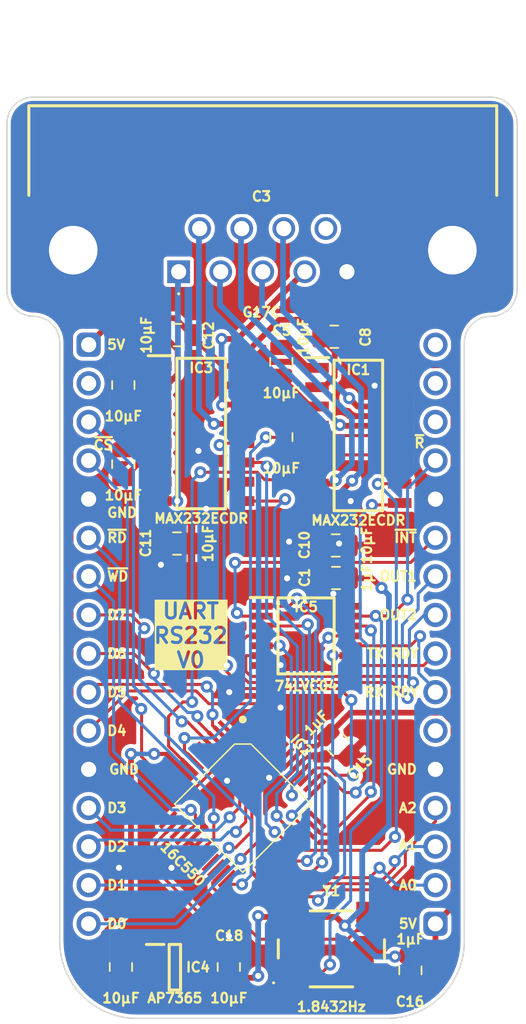
<source format=kicad_pcb>
(kicad_pcb (version 20240108) (generator "pcbnew") (generator_version "8.0")
  (title_block (title "RS232 UART") (date "2024-06-17") (rev "V0"))
  (layers (0 "F.Cu" signal) (31 "B.Cu" signal) (36 "B.SilkS" user "B.Silkscreen") (37 "F.SilkS" user "F.Silkscreen") (38 "B.Mask" user) (39 "F.Mask" user) (44 "Edge.Cuts" user))
  (net 0 "")
  (net 1 "/5V")
  (net 2 "/GND")
  (net 3 "/CD_{232}")
  (net 4 "/RX_{232}")
  (net 5 "/D0")
  (net 6 "/D1")
  (net 7 "/D2")
  (net 8 "/D3")
  (net 9 "/D4")
  (net 10 "/D5")
  (net 11 "/D6")
  (net 12 "/D7")
  (net 13 "/TX_{232}")
  (net 14 "/DTR_{232}")
  (net 15 "/DSR_{232}")
  (net 16 "/RTS_{232}")
  (net 17 "/CTS_{232}")
  (net 20 "/~{ADS}")
  (net 24 "Net-(IC1-C2-)")
  (net 25 "Net-(IC1-C2+)")
  (net 26 "Net-(IC1-C1-)")
  (net 27 "Net-(IC1-C1+)")
  (net 29 "Net-(IC1-VS+)")
  (net 30 "Net-(IC1-VS-)")
  (net 31 "Net-(IC3-VS-)")
  (net 32 "Net-(IC3-VS+)")
  (net 33 "Net-(IC3-C1-)")
  (net 34 "Net-(IC3-C1+)")
  (net 37 "Net-(IC3-C2-)")
  (net 38 "Net-(IC3-C2+)")
  (net 39 "/~{CTS}")
  (net 40 "/~{RTS}")
  (net 41 "/SOUT")
  (net 44 "/SIN")
  (net 46 "Net-(IC2-RCLK)")
  (net 47 "/~{CS}")
  (net 48 "/~{WD}")
  (net 49 "/~{RD}")
  (net 50 "/A2")
  (net 51 "/A1")
  (net 54 "/A0")
  (net 55 "/~{DTR}")
  (net 56 "/Reset")
  (net 57 "/~{DSR}")
  (net 58 "/DCD")
  (net 63 "/3.3V")
  (net 64 "/1.8432MHz")
  (net 65 "/~{TXRDY}")
  (net 66 "/~{RXRDY}")
  (net 67 "/INT")
  (net 68 "/~{OUT2}")
  (net 69 "/~{OUT1}")
  (net 71 "/~{INT}")
  (net 72 "/Out1")
  (net 73 "/Out2")
  (net 74 "/TX Ready")
  (net 75 "/Rx Ready")
  (net 76 "/~{Reset}")
  (footprint "SamacSys_Parts:G17C0900132EU" (layer "F.Cu") (at 131.41 32.789)
    (property "Reference" "C3")
    (property "Value" "G17C0900132EU" (hide yes))
  )
  (footprint "SamacSys_Parts:C_0805" (layer "F.Cu") (at 130.604 66.548 90)
    (property "Reference" "C10")
    (property "Value" "10μF")
  )
  (footprint "SamacSys_Parts:C_0805" (layer "F.Cu") (at 123.541 94.3)
    (property "Reference" "C18")
    (property "Value" "10µF")
  )
  (footprint "SamacSys_Parts:SOIC127P600X175-16N" (layer "F.Cu") (at 132.08 59.309)
    (property "Reference" "IC1")
    (property "Value" "MAX232ECDR")
  )
  (footprint "SamacSys_Parts:C_0805" (layer "F.Cu") (at 116.586 61.214)
    (property "Reference" "C14" (hide yes))
    (property "Value" "10μF")
  )
  (footprint "SamacSys_Parts:DIP-32_Board_W22.86mm_Nak" (layer "F.Cu") (at 114.3 53.34)
    (property "Reference" "J1" (hide yes))
    (property "Value" "Conn_02x16_Counter_Clockwise" (hide yes))
  )
  (footprint "SamacSys_Parts:C_0805" (layer "F.Cu") (at 116.586 56.007)
    (property "Reference" "C13" (hide yes))
    (property "Value" "10μF")
  )
  (footprint "SamacSys_Parts:C_0805" (layer "F.Cu") (at 130.619 68.688 90)
    (property "Reference" "C1")
    (property "Value" "1μF")
  )
  (footprint "SamacSys_Parts:C_0805" (layer "F.Cu") (at 135.509 94.488 180)
    (property "Reference" "C16")
    (property "Value" "1μF")
  )
  (footprint "SamacSys_Parts:C_0805" (layer "F.Cu") (at 130.477 52.814 -90)
    (property "Reference" "C8")
    (property "Value" "10μF")
  )
  (footprint "SamacSys_Parts:C_0805" (layer "F.Cu") (at 127 59.436)
    (property "Reference" "C4" (hide yes))
    (property "Value" "10μF")
  )
  (footprint "SamacSys_Parts:C_0805" (layer "F.Cu") (at 130.753602 79.675165 -135)
    (property "Reference" "C15")
    (property "Value" "1μF")
  )
  (footprint "SamacSys_Parts:C_0805" (layer "F.Cu") (at 120.142 66.421 90)
    (property "Reference" "C11")
    (property "Value" "10μF")
  )
  (footprint "SamacSys_Parts:SOIC127P600X175-16N" (layer "F.Cu") (at 121.724 59.182)
    (property "Reference" "IC3")
    (property "Value" "MAX232ECDR")
  )
  (footprint "SamacSys_Parts:SOP65P640X110-14N" (layer "F.Cu") (at 128.632 72.498)
    (property "Reference" "IC5")
    (property "Value" "74LVC04APW,118" (hide yes))
  )
  (footprint "SamacSys_Parts:QFP50P900X900X160-48N" (layer "F.Cu") (at 124.46 83.566 -45)
    (property "Reference" "IC2")
    (property "Value" "TL16C550DPTR" (hide yes))
  )
  (footprint "SamacSys_Parts:LFSPXO020733" (layer "F.Cu") (at 130.302 92.583)
    (property "Reference" "Y1")
    (property "Value" "LFSPXO020733" (hide yes))
  )
  (footprint "SamacSys_Parts:SOT95P285X130-5N" (layer "F.Cu") (at 119.985 94.3)
    (property "Reference" "IC4")
    (property "Value" "AP7365-33WG-7" (hide yes))
  )
  (footprint "SamacSys_Parts:C_0805" (layer "F.Cu") (at 116.429 94.3)
    (property "Reference" "C17" (hide yes))
    (property "Value" "10µF")
  )
  (footprint "SamacSys_Parts:C_0805" (layer "F.Cu") (at 127 54.483)
    (property "Reference" "C5")
    (property "Value" "10μF")
  )
  (footprint "SamacSys_Parts:C_0805" (layer "F.Cu") (at 120.142 52.705 -90)
    (property "Reference" "C12")
    (property "Value" "10μF")
  )
  (gr_arc (start 142.544422 49.731762) (mid 142.034606 50.962566) (end 140.803803 51.472381) (stroke (width 0.1)) (layer "Edge.Cuts"))
  (gr_arc (start 140.803803 37.046619) (mid 142.034606 37.556435) (end 142.544422 38.787238) (stroke (width 0.1)) (layer "Edge.Cuts"))
  (gr_line (start 110.656198 37.04662) (end 140.803803 37.046619) (stroke (width 0.1)) (layer "Edge.Cuts"))
  (gr_arc (start 110.656198 51.47238) (mid 109.425395 50.962564) (end 108.915579 49.731761) (stroke (width 0.1)) (layer "Edge.Cuts"))
  (gr_arc (start 117.475001 97.662999) (mid 113.882898 96.175102) (end 112.395001 92.582999) (stroke (width 0.1)) (layer "Edge.Cuts"))
  (gr_arc (start 110.656198 51.47238) (mid 111.887001 51.982196) (end 112.396817 53.212999) (stroke (width 0.1)) (layer "Edge.Cuts"))
  (gr_line (start 142.544422 49.731762) (end 142.544422 38.787238) (stroke (width 0.1)) (layer "Edge.Cuts"))
  (gr_line (start 133.985001 97.662999) (end 117.475001 97.662999) (stroke (width 0.1)) (layer "Edge.Cuts"))
  (gr_arc (start 139.065 92.583) (mid 137.577103 96.175102) (end 133.985001 97.662999) (stroke (width 0.1)) (layer "Edge.Cuts"))
  (gr_line (start 108.915579 49.731761) (end 108.915579 38.787237) (stroke (width 0.1)) (layer "Edge.Cuts"))
  (gr_line (start 139.063184 53.213) (end 139.065 92.583) (stroke (width 0.1)) (layer "Edge.Cuts"))
  (gr_arc (start 139.063184 53.213) (mid 139.573 51.982197) (end 140.803803 51.472381) (stroke (width 0.1)) (layer "Edge.Cuts"))
  (gr_line (start 112.396817 53.212999) (end 112.395001 92.582999) (stroke (width 0.1)) (layer "Edge.Cuts"))
  (gr_arc (start 108.915579 38.787237) (mid 109.425381 37.556408) (end 110.656198 37.046618) (stroke (width 0.1)) (layer "Edge.Cuts"))
  (gr_text "~{INT}" (at 136.017 66.04 0) (layer "F.SilkS") (effects (font (size 0.635 0.635) (thickness 0.15) (bold yes)) (justify right)))
  (gr_text "GND" (at 115.443 64.389 0) (layer "F.SilkS") (effects (font (size 0.635 0.635) (thickness 0.15) (bold yes)) (justify left)))
  (gr_text "A2" (at 136.017 83.82 0) (layer "F.SilkS") (effects (font (size 0.635 0.635) (thickness 0.15) (bold yes)) (justify right)))
  (gr_text "TX RDY" (at 136.144 73.66 0) (layer "F.SilkS") (effects (font (size 0.635 0.635) (thickness 0.15) (bold yes)) (justify right)))
  (gr_text "D7" (at 115.443 71.12 0) (layer "F.SilkS") (effects (font (size 0.635 0.635) (thickness 0.15) (bold yes)) (justify left)))
  (gr_text "D5" (at 115.443 76.2 0) (layer "F.SilkS") (effects (font (size 0.635 0.635) (thickness 0.15) (bold yes)) (justify left)))
  (gr_text "OUT1" (at 136.017 68.58 0) (layer "F.SilkS") (effects (font (size 0.635 0.635) (thickness 0.15) (bold yes)) (justify right)))
  (gr_text "D2" (at 115.443 86.36 0) (layer "F.SilkS") (effects (font (size 0.635 0.635) (thickness 0.15) (bold yes)) (justify left)))
  (gr_text "D0" (at 115.443 91.44 0) (layer "F.SilkS") (effects (font (size 0.635 0.635) (thickness 0.15) (bold yes)) (justify left)))
  (gr_text "~{R}" (at 136.525 59.817 0) (layer "F.SilkS") (effects (font (size 0.635 0.635) (thickness 0.15) (bold yes)) (justify right)))
  (gr_text "OUT2" (at 136.017 71.12 0) (layer "F.SilkS") (effects (font (size 0.635 0.635) (thickness 0.15) (bold yes)) (justify right)))
  (gr_text "UART\nRS232\nV0" (at 121.031 74.676 0) (layer "F.SilkS" knockout) (effects (font (size 1 1) (thickness 0.2) (bold yes)) (justify bottom)))
  (gr_text "5V" (at 115.443 53.34 0) (layer "F.SilkS") (effects (font (size 0.635 0.635) (thickness 0.15) (bold yes)) (justify left)))
  (gr_text "A0" (at 136.017 88.9 0) (layer "F.SilkS") (effects (font (size 0.635 0.635) (thickness 0.15) (bold yes)) (justify right)))
  (gr_text "D1" (at 115.443 88.9 0) (layer "F.SilkS") (effects (font (size 0.635 0.635) (thickness 0.15) (bold yes)) (justify left)))
  (gr_text "D6" (at 115.443 73.66 0) (layer "F.SilkS") (effects (font (size 0.635 0.635) (thickness 0.15) (bold yes)) (justify left)))
  (gr_text "D4" (at 115.443 78.74 0) (layer "F.SilkS") (effects (font (size 0.635 0.635) (thickness 0.15) (bold yes)) (justify left)))
  (gr_text "RX RDY" (at 136.144 76.2 0) (layer "F.SilkS") (effects (font (size 0.635 0.635) (thickness 0.15) (bold yes)) (justify right)))
  (gr_text "D3" (at 115.443 83.82 0) (layer "F.SilkS") (effects (font (size 0.635 0.635) (thickness 0.15) (bold yes)) (justify left)))
  (gr_text "~{RD}" (at 115.443 66.04 0) (layer "F.SilkS") (effects (font (size 0.635 0.635) (thickness 0.15) (bold yes)) (justify left)))
  (gr_text "~{CS}" (at 114.554 59.944 0) (layer "F.SilkS") (effects (font (size 0.635 0.635) (thickness 0.15) (bold yes)) (justify left)))
  (gr_text "A1" (at 136.017 86.233 0) (layer "F.SilkS") (effects (font (size 0.635 0.635) (thickness 0.15) (bold yes)) (justify right)))
  (gr_text "~{WD}" (at 115.443 68.58 0) (layer "F.SilkS") (effects (font (size 0.635 0.635) (thickness 0.15) (bold yes)) (justify left)))
  (gr_text "GND" (at 115.57 81.28 0) (layer "F.SilkS") (effects (font (size 0.635 0.635) (thickness 0.15) (bold yes)) (justify left)))
  (gr_text "GND" (at 136.017 81.28 0) (layer "F.SilkS") (effects (font (size 0.635 0.635) (thickness 0.15) (bold yes)) (justify right)))
  (gr_text "5V" (at 136.017 91.44 0) (layer "F.SilkS") (effects (font (size 0.635 0.635) (thickness 0.15) (bold yes)) (justify right)))
  (segment (start 126.863 51.699) (end 130.328 51.699) (width 0.38) (layer "F.Cu") (net 1))
  (segment (start 133.493 54.864) (end 134.805 54.864) (width 0.38) (layer "F.Cu") (net 1))
  (segment (start 138.35 90.25) (end 137.16 91.44) (width 0.38) (layer "F.Cu") (net 1))
  (segment (start 118.685 93.35) (end 117.73 93.35) (width 0.38) (layer "F.Cu") (net 1))
  (segment (start 134.979 54.69) (end 134.805 54.864) (width 0.38) (layer "F.Cu") (net 1))
  (segment (start 117.842 96.647) (end 136.017 96.647) (width 0.38) (layer "F.Cu") (net 1))
  (segment (start 117.091 90.3) (end 117.091 80.264) (width 0.38) (layer "F.Cu") (net 1))
  (segment (start 120.225845 81.806718) (end 120.579398 81.453165) (width 0.27) (layer "F.Cu") (net 1))
  (segment (start 120.59849 81.46462) (end 119.39787 80.264) (width 0.27) (layer "F.Cu") (net 1))
  (segment (start 124.449 54.737) (end 124.449 54.113) (width 0.38) (layer "F.Cu") (net 1))
  (segment (start 117.602 95.122) (end 117.73 95.25) (width 0.38) (layer "F.Cu") (net 1))
  (segment (start 128.623552 79.756) (end 128.446776 79.932776) (width 0.3) (layer "F.Cu") (net 1))
  (segment (start 115.314 94.119) (end 115.314 92.077) (width 0.38) (layer "F.Cu") (net 1))
  (segment (start 118.237 51.59) (end 119.993 51.59) (width 0.38) (layer "F.Cu") (net 1))
  (segment (start 130.093164 79.014727) (end 129.351891 79.756) (width 0.3) (layer "F.Cu") (net 1))
  (segment (start 136.017 96.647) (end 137.16 95.504) (width 0.38) (layer "F.Cu") (net 1))
  (segment (start 128.446776 79.932776) (end 127.633495 80.746058) (width 0.3) (layer "F.Cu") (net 1))
  (segment (start 137.668 77.55) (end 138.35 78.232) (width 0.38) (layer "F.Cu") (net 1))
  (segment (start 130.328 51.699) (end 131.443 52.814) (width 0.38) (layer "F.Cu") (net 1))
  (segment (start 121.108 52.705) (end 123.14 54.737) (width 0.38) (layer "F.Cu") (net 1))
  (segment (start 131.443 52.814) (end 133.493 54.864) (width 0.38) (layer "F.Cu") (net 1))
  (segment (start 129.351891 79.756) (end 128.623552 79.756) (width 0.3) (layer "F.Cu") (net 1))
  (segment (start 138.35 55.352719) (end 137.687281 54.69) (width 0.38) (layer "F.Cu") (net 1))
  (segment (start 119.39787 80.264) (end 118.61798 80.264) (width 0.27) (layer "F.Cu") (net 1))
  (segment (start 123.14 54.737) (end 124.449 54.737) (width 0.38) (layer "F.Cu") (net 1))
  (segment (start 137.16 95.504) (end 137.16 91.44) (width 0.38) (layer "F.Cu") (net 1))
  (segment (start 124.449 54.113) (end 126.863 51.699) (width 0.38) (layer "F.Cu") (net 1))
  (segment (start 119.993 51.59) (end 121.108 52.705) (width 0.38) (layer "F.Cu") (net 1))
  (segment (start 116.429 95.234) (end 115.314 94.119) (width 0.38) (layer "F.Cu") (net 1))
  (segment (start 114.3 53.34) (end 115.316 52.324) (width 0.38) (layer "F.Cu") (net 1))
  (segment (start 117.73 95.25) (end 118.685 95.25) (width 0.38) (layer "F.Cu") (net 1))
  (segment (start 138.35 76.868) (end 138.35 55.352719) (width 0.38) (layer "F.Cu") (net 1))
  (segment (start 115.314 92.077) (end 117.091 90.3) (width 0.38) (layer "F.Cu") (net 1))
  (segment (start 138.35 78.232) (end 138.35 90.25) (width 0.38) (layer "F.Cu") (net 1))
  (segment (start 131.557891 77.55) (end 137.668 77.55) (width 0.38) (layer "F.Cu") (net 1))
  (segment (start 117.73 93.35) (end 117.602 93.478) (width 0.38) (layer "F.Cu") (net 1))
  (segment (start 115.316 52.324) (end 117.503 52.324) (width 0.38) (layer "F.Cu") (net 1))
  (segment (start 117.602 94.234) (end 117.602 95.122) (width 0.38) (layer "F.Cu") (net 1))
  (segment (start 116.429 95.234) (end 117.842 96.647) (width 0.38) (layer "F.Cu") (net 1))
  (segment (start 130.093164 79.014727) (end 131.557891 77.55) (width 0.38) (layer "F.Cu") (net 1))
  (segment (start 137.668 77.55) (end 138.35 76.868) (width 0.38) (layer "F.Cu") (net 1))
  (segment (start 137.687281 54.69) (end 134.979 54.69) (width 0.38) (layer "F.Cu") (net 1))
  (segment (start 117.429 94.234) (end 116.429 95.234) (width 0.38) (layer "F.Cu") (net 1))
  (segment (start 117.602 94.234) (end 117.429 94.234) (width 0.38) (layer "F.Cu") (net 1))
  (segment (start 117.602 93.478) (end 117.602 94.234) (width 0.38) (layer "F.Cu") (net 1))
  (segment (start 117.503 52.324) (end 118.237 51.59) (width 0.38) (layer "F.Cu") (net 1))
  (via (at 118.61798 80.264) (size 0.8) (drill 0.4) (layers "F.Cu" "B.Cu") (net 1))
  (via (at 117.091 80.264) (size 0.8) (drill 0.4) (layers "F.Cu" "B.Cu") (net 1))
  (segment (start 118.61798 80.264) (end 117.091 80.264) (width 0.3) (layer "B.Cu") (net 1))
  (segment (start 118.618002 67.818002) (end 119.064468 67.818002) (width 0.38) (layer "F.Cu") (net 2))
  (segment (start 120.872103 87.509497) (end 120.6246 87.757) (width 0.3) (layer "F.Cu") (net 2))
  (segment (start 121.369609 87.717052) (end 121.079657 87.717052) (width 0.3) (layer "F.Cu") (net 2))
  (segment (start 129.653 68.688) (end 127.4 68.688) (width 0.38) (layer "F.Cu") (net 2))
  (segment (start 123.541 93.334) (end 123.541 92.2574) (width 0.38) (layer "F.Cu") (net 2))
  (segment (start 120.6246 87.757) (end 119.761 87.757) (width 0.3) (layer "F.Cu") (net 2))
  (segment (start 120.397 92.583) (end 116.756 92.583) (width 0.38) (layer "F.Cu") (net 2))
  (segment (start 126.9492 77.216) (end 126.1872 76.454) (width 0.38) (layer "F.Cu") (net 2))
  (segment (start 114.3 63.5) (end 113.0808 62.2808) (width 0.38) (layer "F.Cu") (net 2))
  (segment (start 120.872103 87.509497) (end 120.662501 87.299896) (width 0.3) (layer "F.Cu") (net 2))
  (segment (start 120.932951 86.032388) (end 121.793 85.172339) (width 0.3) (layer "F.Cu") (net 2))
  (segment (start 127.256069 81.830592) (end 126.196592 81.830592) (width 0.3) (layer "F.Cu") (net 2))
  (segment (start 133.251831 56.134) (end 133.151382 56.033551) (width 0.38) (layer "F.Cu") (net 2))
  (segment (start 123.294 56.007) (end 124.449 56.007) (width 0.38) (layer "F.Cu") (net 2))
  (segment (start 114.3 81.28) (end 113.11 80.09) (width 0.38) (layer "F.Cu") (net 2))
  (segment (start 131.538 66.548) (end 130.937 66.548) (width 0.38) (layer "F.Cu") (net 2))
  (segment (start 130.937 66.548) (end 130.81 66.421) (width 0.38) (layer "F.Cu") (net 2))
  (segment (start 116.756 92.583) (end 116.429 92.91) (width 0.38) (layer "F.Cu") (net 2))
  (segment (start 134.805 56.134) (end 133.251831 56.134) (width 0.38) (layer "F.Cu") (net 2))
  (segment (start 126.9752 74.448) (end 126.9492 74.422) (width 0.38) (layer "F.Cu") (net 2))
  (segment (start 118.685 94.3) (end 119.64 94.3) (width 0.38) (layer "F.Cu") (net 2))
  (segment (start 121.793 85.172339) (end 121.793 83.757421) (width 0.3) (layer "F.Cu") (net 2))
  (segment (start 127.987049 81.099612) (end 128.611051 80.475608) (width 0.3) (layer "F.Cu") (net 2))
  (segment (start 131.538 66.548) (end 131.538 63.661004) (width 0.38) (layer "F.Cu") (net 2))
  (segment (start 114.3 63.5) (end 118.618002 67.818002) (width 0.38) (layer "F.Cu") (net 2))
  (segment (start 113.0808 62.2808) (end 113.0808 47.80898) (width 0.38) (layer "F.Cu") (net 2))
  (segment (start 127.386008 66.421) (end 127.513009 66.293999) (width 0.38) (layer "F.Cu") (net 2))
  (segment (start 130.429 69.464) (end 129.653 68.688) (width 0.38) (layer "F.Cu") (net 2))
  (segment (start 122.798 93.334) (end 123.541 93.334) (width 0.38) (layer "F.Cu") (net 2))
  (segment (start 131.538 63.661004) (end 131.572 63.627004) (width 0.38) (layer "F.Cu") (net 2))
  (segment (start 130.429 69.723) (end 130.429 69.464) (width 0.38) (layer "F.Cu") (net 2))
  (segment (start 136.23823 80.35823) (end 131.436667 80.35823) (width 0.38) (layer "F.Cu") (net 2))
  (segment (start 122.054 64.142) (end 121.076 65.12) (width 0.38) (layer "F.Cu") (net 2))
  (segment (start 121.993612 87.093049) (end 121.369609 87.717052) (width 0.3) (layer "F.Cu") (net 2))
  (segment (start 120.662501 87.009944) (end 121.286505 86.385942) (width 0.3) (layer "F.Cu") (net 2))
  (segment (start 124.449 62.357) (end 123.839 62.357) (width 0.38) (layer "F.Cu") (net 2))
  (segment (start 121.079657 87.717052) (end 120.872103 87.509497) (width 0.3) (layer "F.Cu") (net 2))
  (segment (start 137.16 81.28) (end 136.23823 80.35823) (width 0.38) (layer "F.Cu") (net 2))
  (segment (start 129.531138 72.071417) (end 127.154555 74.448) (width 0.38) (layer "F.Cu") (net 2))
  (segment (start 116.300976 82.100976) (end 116.300976 87.757) (width 0.38) (layer "F.Cu") (net 2))
  (segment (start 115.48 81.28) (end 116.300976 82.100976) (width 0.38) (layer "F.Cu") (net 2))
  (segment (start 120.32 92.66) (end 120.397 92.583) (width 0.38) (layer "F.Cu") (net 2))
  (segment (start 121.076 65.12) (end 121.076 66.421) (width 0.38) (layer "F.Cu") (net 2))
  (segment (start 123.839 62.357) (end 122.054 64.142) (width 0.38) (layer "F.Cu") (net 2))
  (segment (start 123.541 93.334) (end 130.985 93.334) (width 0.38) (layer "F.Cu") (net 2))
  (segment (start 113.11 80.09) (end 113.11 64.69) (width 0.38) (layer "F.Cu") (net 2))
  (segment (start 127.154555 74.448) (end 126.9752 74.448) (width 0.38) (layer "F.Cu") (net 2))
  (segment (start 134.112 66.548) (end 131.538 66.548) (width 0.38) (layer "F.Cu") (net 2))
  (segment (start 120.662501 87.299896) (end 120.662501 87.009944) (width 0.3) (layer "F.Cu") (net 2))
  (segment (start 126.1872 76.454) (end 123.825 76.454) (width 0.38) (layer "F.Cu") (net 2))
  (segment (start 121.539 60.325) (end 121.539 57.762) (width 0.38) (layer "F.Cu") (net 2))
  (segment (start 126.9232 74.448) (end 125.694 74.448) (width 0.38) (layer "F.Cu") (net 2))
  (segment (start 120.32 93.62) (end 120.32 92.66) (width 0.38) (layer "F.Cu") (net 2))
  (segment (start 120.397 92.583) (end 122.047 92.583) (width 0.38) (layer "F.Cu") (net 2))
  (segment (start 116.429 92.91) (end 116.429 93.334) (width 0.38) (layer "F.Cu") (net 2))
  (segment (start 121.286505 86.385942) (end 120.932951 86.032388) (width 0.3) (layer "F.Cu") (net 2))
  (segment (start 121.076 66.421) (end 127.386008 66.421) (width 0.38) (layer "F.Cu") (net 2))
  (segment (start 127.987049 81.099612) (end 127.256069 81.830592) (width 0.3) (layer "F.Cu") (net 2))
  (segment (start 122.054 64.142) (end 122.047 64.135) (width 0.38) (layer "F.Cu") (net 2))
  (segment (start 123.541 92.2574) (end 123.5456 92.2528) (width 0.38) (layer "F.Cu") (net 2))
  (segment (start 123.42495 82.125471) (end 123.42495 82.02785) (width 0.3) (layer "F.Cu") (net 2))
  (segment (start 127.4 68.688) (end 127.381 68.707) (width 0.38) (layer "F.Cu") (net 2))
  (segment (start 121.793 83.757421) (end 123.42495 82.125471) (width 0.3) (layer "F.Cu") (net 2))
  (segment (start 119.64 94.3) (end 120.32 93.62) (width 0.38) (layer "F.Cu") (net 2))
  (segment (start 132.842 95.191) (end 135.246 95.191) (width 0.38) (layer "F.Cu") (net 2))
  (segment (start 114.3 81.28) (end 115.48 81.28) (width 0.38) (layer "F.Cu") (net 2))
  (segment (start 130.985 93.334) (end 132.842 95.191) (width 0.38) (layer "F.Cu") (net 2))
  (segment (start 129.531138 68.809862) (end 129.531138 72.071417) (width 0.38) (layer "F.Cu") (net 2))
  (segment (start 137.16 63.5) (end 134.112 66.548) (width 0.38) (layer "F.Cu") (net 2))
  (segment (start 122.047 92.583) (end 122.798 93.334) (width 0.38) (layer "F.Cu") (net 2))
  (segment (start 113.11 64.69) (end 114.3 63.5) (width 0.38) (layer "F.Cu") (net 2))
  (segment (start 128.611051 80.475608) (end 131.319289 80.475608) (width 0.3) (layer "F.Cu") (net 2))
  (segment (start 126.9492 74.422) (end 126.9232 74.448) (width 0.38) (layer "F.Cu") (net 2))
  (segment (start 121.539 57.762) (end 123.294 56.007) (width 0.38) (layer "F.Cu") (net 2))
  (segment (start 123.825 76.454) (end 123.571 76.2) (width 0.38) (layer "F.Cu") (net 2))
  (segment (start 121.076 66.421) (end 119.678998 67.818002) (width 0.38) (layer "F.Cu") (net 2))
  (segment (start 119.678998 67.818002) (end 119.064468 67.818002) (width 0.38) (layer "F.Cu") (net 2))
  (via (at 126.9492 77.216) (size 0.8) (drill 0.4) (layers "F.Cu" "B.Cu") (net 2))
  (via (at 121.539 60.325) (size 0.8) (drill 0.4) (layers "F.Cu" "B.Cu") (net 2))
  (via (at 127.513009 66.293999) (size 0.8) (drill 0.4) (layers "F.Cu" "B.Cu") (net 2))
  (via (at 127.381 68.707) (size 0.8) (drill 0.4) (layers "F.Cu" "B.Cu") (net 2))
  (via (at 126.196592 81.830592) (size 0.8) (drill 0.4) (layers "F.Cu" "B.Cu") (net 2))
  (via (at 119.064468 67.818002) (size 0.8) (drill 0.4) (layers "F.Cu" "B.Cu") (net 2))
  (via (at 133.151382 56.033551) (size 0.8) (drill 0.4) (layers "F.Cu" "B.Cu") (net 2))
  (via (at 131.572 63.627004) (size 0.8) (drill 0.4) (layers "F.Cu" "B.Cu") (net 2))
  (via (at 130.429 69.723) (size 0.8) (drill 0.4) (layers "F.Cu" "B.Cu") (net 2))
  (via (at 123.5456 92.2528) (size 0.8) (drill 0.4) (layers "F.Cu" "B.Cu") (net 2))
  (via (at 126.9492 74.422) (size 0.8) (drill 0.4) (layers "F.Cu" "B.Cu") (net 2))
  (via (at 119.761 87.757) (size 0.8) (drill 0.4) (layers "F.Cu" "B.Cu") (net 2))
  (via (at 122.047 64.135) (size 0.8) (drill 0.4) (layers "F.Cu" "B.Cu") (net 2))
  (via (at 116.300976 87.757) (size 0.8) (drill 0.4) (layers "F.Cu" "B.Cu") (net 2))
  (via (at 130.81 66.421) (size 0.8) (drill 0.4) (layers "F.Cu" "B.Cu") (net 2))
  (via (at 123.571 76.2) (size 0.8) (drill 0.4) (layers "F.Cu" "B.Cu") (net 2))
  (via (at 123.42495 82.02785) (size 0.8) (drill 0.4) (layers "F.Cu" "B.Cu") (net 2))
  (segment (start 138.3792 47.2222) (end 138.3792 62.2808) (width 0.38) (layer "B.Cu") (net 2))
  (segment (start 126.196592 81.830592) (end 125.504615 82.522569) (width 0.38) (layer "B.Cu") (net 2))
  (segment (start 137.16 63.5) (end 138.5824 64.9224) (width 0.38) (layer "B.Cu") (net 2))
  (segment (start 131.324 48.537) (end 136.854 48.537) (width 0.38) (layer "B.Cu") (net 2))
  (segment (start 136.854 48.537) (end 138.274 47.117) (width 0.38) (layer "B.Cu") (net 2))
  (segment (start 113.284 47.117) (end 119.064468 52.897468) (width 0.38) (layer "B.Cu") (net 2))
  (segment (start 117.1194 47.117) (end 113.284 47.117) (width 0.38) (layer "B.Cu") (net 2))
  (segment (start 126.9492 77.216) (end 126.196592 77.968608) (width 0.38) (layer "B.Cu") (net 2))
  (segment (start 122.047 74.676) (end 123.571 76.2) (width 0.38) (layer "B.Cu") (net 2))
  (segment (start 138.3792 62.2808) (end 137.16 63.5) (width 0.38) (layer "B.Cu") (net 2))
  (segment (start 123.5456 91.744475) (end 123.5456 92.2528) (width 0.38) (layer "B.Cu") (net 2))
  (segment (start 119.6794 44.557) (end 117.1194 47.117) (width 0.38) (layer "B.Cu") (net 2))
  (segment (start 130.81 66.421) (end 130.81 69.342) (width 0.38) (layer "B.Cu") (net 2))
  (segment (start 122.047 64.135) (end 122.047 74.676) (width 0.38) (layer "B.Cu") (net 2))
  (segment (start 130.81 69.342) (end 130.429 69.723) (width 0.38) (layer "B.Cu") (net 2))
  (segment (start 127.381 68.707) (end 127.381 66.426008) (width 0.38) (layer "B.Cu") (net 2))
  (segment (start 131.324 45.470796) (end 130.410204 44.557) (width 0.38) (layer "B.Cu") (net 2))
  (segment (start 119.064468 52.897468) (end 119.064468 67.818002) (width 0.38) (layer "B.Cu") (net 2))
  (segment (start 132.461 62.288244) (end 132.461 62.738004) (width 0.38) (layer "B.Cu") (net 2))
  (segment (start 127.381 66.426008) (end 127.513009 66.293999) (width 0.38) (layer "B.Cu") (net 2))
  (segment (start 126.196592 81.830592) (end 123.622208 81.830592) (width 0.3) (layer "B.Cu") (net 2))
  (segment (start 125.504615 89.78546) (end 123.5456 91.744475) (width 0.38) (layer "B.Cu") (net 2))
  (segment (start 126.196592 77.968608) (end 126.196592 81.830592) (width 0.38) (layer "B.Cu") (net 2))
  (segment (start 130.410204 44.557) (end 119.6794 44.557) (width 0.38) (layer "B.Cu") (net 2))
  (segment (start 122.456 61.242) (end 122.456 63.726) (width 0.38) (layer "B.Cu") (net 2))
  (segment (start 125.504615 82.522569) (end 125.504615 89.78546) (width 0.38) (layer "B.Cu") (net 2))
  (segment (start 133.151382 61.597862) (end 132.461 62.288244) (width 0.38) (layer "B.Cu") (net 2))
  (segment (start 122.456 63.726) (end 122.047 64.135) (width 0.38) (layer "B.Cu") (net 2))
  (segment (start 138.5824 79.8576) (end 137.16 81.28) (width 0.38) (layer "B.Cu") (net 2))
  (segment (start 126.9492 74.422) (end 126.9492 77.216) (width 0.38) (layer "B.Cu") (net 2))
  (segment (start 123.622208 81.830592) (end 123.42495 82.02785) (width 0.3) (layer "B.Cu") (net 2))
  (segment (start 121.539 60.325) (end 122.456 61.242) (width 0.38) (layer "B.Cu") (net 2))
  (segment (start 138.5824 64.9224) (end 138.5824 79.8576) (width 0.38) (layer "B.Cu") (net 2))
  (segment (start 131.324 48.537) (end 131.324 45.470796) (width 0.38) (layer "B.Cu") (net 2))
  (segment (start 132.461 62.738004) (end 131.572 63.627004) (width 0.38) (layer "B.Cu") (net 2))
  (segment (start 133.151382 56.033551) (end 133.151382 61.597862) (width 0.38) (layer "B.Cu") (net 2))
  (segment (start 116.300976 87.757) (end 119.761 87.757) (width 0.38) (layer "B.Cu") (net 2))
  (segment (start 119.449 63.627) (end 120.142002 63.627) (width 0.38) (layer "F.Cu") (net 3))
  (via (at 120.142002 63.627) (size 0.8) (drill 0.4) (layers "F.Cu" "B.Cu") (net 3))
  (segment (start 120.185 63.584002) (end 120.142002 63.627) (width 0.38) (layer "B.Cu") (net 3))
  (segment (start 120.185 48.565) (end 120.185 63.584002) (width 0.38) (layer "B.Cu") (net 3))
  (segment (start 134.805 58.674) (end 130.915224 58.674) (width 0.38) (layer "F.Cu") (net 4))
  (segment (start 130.915224 58.674) (end 130.860224 58.619) (width 0.38) (layer "F.Cu") (net 4))
  (via (at 130.860224 58.619) (size 0.8) (drill 0.4) (layers "F.Cu" "B.Cu") (net 4))
  (segment (start 122.957 50.715776) (end 130.860224 58.619) (width 0.38) (layer "B.Cu") (net 4))
  (segment (start 122.957 48.565) (end 122.957 50.715776) (width 0.38) (layer "B.Cu") (net 4))
  (segment (start 127.279942 80.392505) (end 126.558263 81.114184) (width 0.2) (layer "F.Cu") (net 5))
  (segment (start 126.558263 81.114184) (end 125.89023 81.114184) (width 0.2) (layer "F.Cu") (net 5))
  (segment (start 125.4568 81.547614) (end 125.4568 86.030607) (width 0.2) (layer "F.Cu") (net 5))
  (segment (start 125.89023 81.114184) (end 125.4568 81.547614) (width 0.2) (layer "F.Cu") (net 5))
  (segment (start 125.4568 86.030607) (end 124.314607 87.1728) (width 0.2) (layer "F.Cu") (net 5))
  (via (at 124.314607 87.1728) (size 0.8) (drill 0.4) (layers "F.Cu" "B.Cu") (net 5))
  (segment (start 120.047407 91.44) (end 124.314607 87.1728) (width 0.2) (layer "B.Cu") (net 5))
  (segment (start 114.3 91.44) (end 120.047407 91.44) (width 0.2) (layer "B.Cu") (net 5))
  (segment (start 125.724544 80.714184) (end 125.0568 81.381928) (width 0.2) (layer "F.Cu") (net 6))
  (segment (start 126.926388 80.038951) (end 126.251156 80.714183) (width 0.2) (layer "F.Cu") (net 6))
  (segment (start 123.974066 86.439534) (end 123.538853 86.439534) (width 0.2) (layer "F.Cu") (net 6))
  (segment (start 126.251156 80.714183) (end 125.724544 80.714184) (width 0.2) (layer "F.Cu") (net 6))
  (segment (start 125.0568 85.3568) (end 123.974066 86.439534) (width 0.2) (layer "F.Cu") (net 6))
  (segment (start 125.0568 81.381928) (end 125.0568 85.3568) (width 0.2) (layer "F.Cu") (net 6))
  (via (at 123.538853 86.439534) (size 0.8) (drill 0.4) (layers "F.Cu" "B.Cu") (net 6))
  (segment (start 114.3 88.9) (end 121.078387 88.9) (width 0.2) (layer "B.Cu") (net 6))
  (segment (start 121.078387 88.9) (end 123.538853 86.439534) (width 0.2) (layer "B.Cu") (net 6))
  (segment (start 124.6568 81.216242) (end 124.6568 84.740798) (width 0.2) (layer "F.Cu") (net 7))
  (segment (start 125.558858 80.314184) (end 124.6568 81.216242) (width 0.2) (layer "F.Cu") (net 7))
  (segment (start 126.572835 79.685398) (end 125.94405 80.314183) (width 0.2) (layer "F.Cu") (net 7))
  (segment (start 125.94405 80.314183) (end 125.558858 80.314184) (width 0.2) (layer "F.Cu") (net 7))
  (segment (start 124.6568 84.740798) (end 124.0028 85.394798) (width 0.2) (layer "F.Cu") (net 7))
  (via (at 124.0028 85.394798) (size 0.8) (drill 0.4) (layers "F.Cu" "B.Cu") (net 7))
  (segment (start 123.532808 85.394798) (end 124.0028 85.394798) (width 0.2) (layer "B.Cu") (net 7))
  (segment (start 114.729141 85.930859) (end 122.996747 85.930859) (width 0.2) (layer "B.Cu") (net 7))
  (segment (start 122.996747 85.930859) (end 123.532808 85.394798) (width 0.2) (layer "B.Cu") (net 7))
  (segment (start 126.219282 79.331845) (end 125.636944 79.914183) (width 0.2) (layer "F.Cu") (net 8))
  (segment (start 125.636944 79.914183) (end 125.393172 79.914184) (width 0.2) (layer "F.Cu") (net 8))
  (segment (start 124.2568 81.050556) (end 124.2568 83.7692) (width 0.2) (layer "F.Cu") (net 8))
  (segment (start 125.393172 79.914184) (end 124.2568 81.050556) (width 0.2) (layer "F.Cu") (net 8))
  (segment (start 124.2568 83.7692) (end 123.5964 84.4296) (width 0.2) (layer "F.Cu") (net 8))
  (via (at 123.5964 84.4296) (size 0.8) (drill 0.4) (layers "F.Cu" "B.Cu") (net 8))
  (segment (start 115.761344 85.281344) (end 122.744656 85.281344) (width 0.2) (layer "B.Cu") (net 8))
  (segment (start 114.3 83.82) (end 115.761344 85.281344) (width 0.2) (layer "B.Cu") (net 8))
  (segment (start 122.744656 85.281344) (end 123.5964 84.4296) (width 0.2) (layer "B.Cu") (net 8))
  (segment (start 116.918172 76.121828) (end 121.385647 76.121828) (width 0.2) (layer "F.Cu") (net 9))
  (segment (start 122.227319 76.9635) (end 125.318183 76.9635) (width 0.2) (layer "F.Cu") (net 9))
  (segment (start 121.385647 76.121828) (end 122.227319 76.9635) (width 0.2) (layer "F.Cu") (net 9))
  (segment (start 126.439732 78.404287) (end 125.865728 78.978291) (width 0.2) (layer "F.Cu") (net 9))
  (segment (start 114.3 78.74) (end 116.918172 76.121828) (width 0.2) (layer "F.Cu") (net 9))
  (segment (start 125.318183 76.9635) (end 126.439732 78.085049) (width 0.2) (layer "F.Cu") (net 9))
  (segment (start 126.439732 78.085049) (end 126.439732 78.404287) (width 0.2) (layer "F.Cu") (net 9))
  (segment (start 122.4638 78.387819) (end 122.4638 77.673248) (width 0.2) (layer "F.Cu") (net 10))
  (segment (start 114.3 76.2) (end 114.808 75.692) (width 0.2) (layer "F.Cu") (net 10))
  (segment (start 121.945769 75.692) (end 122.08565 75.831881) (width 0.2) (layer "F.Cu") (net 10))
  (segment (start 123.054272 78.978291) (end 122.4638 78.387819) (width 0.2) (layer "F.Cu") (net 10))
  (segment (start 114.808 75.692) (end 121.945769 75.692) (width 0.2) (layer "F.Cu") (net 10))
  (via (at 122.4638 77.673248) (size 0.8) (drill 0.4) (layers "F.Cu" "B.Cu") (net 10))
  (via (at 122.08565 75.831881) (size 0.8) (drill 0.4) (layers "F.Cu" "B.Cu") (net 10))
  (segment (start 122.4638 77.673248) (end 122.4638 76.210031) (width 0.2) (layer "B.Cu") (net 10))
  (segment (start 122.4638 76.210031) (end 122.08565 75.831881) (width 0.2) (layer "B.Cu") (net 10))
  (segment (start 114.3 73.66) (end 117.2764 73.66) (width 0.2) (layer "F.Cu") (net 11))
  (segment (start 121.469675 78.100802) (end 121.469675 77.781503) (width 0.2) (layer "F.Cu") (net 11))
  (segment (start 117.2764 73.66) (end 118.6004 74.984) (width 0.2) (layer "F.Cu") (net 11))
  (segment (start 122.700718 79.331845) (end 121.469675 78.100802) (width 0.2) (layer "F.Cu") (net 11))
  (via (at 121.469675 77.781503) (size 0.8) (drill 0.4) (layers "F.Cu" "B.Cu") (net 11))
  (via (at 118.6004 74.984) (size 0.8) (drill 0.4) (layers "F.Cu" "B.Cu") (net 11))
  (segment (start 118.6004 75.316482) (end 120.828956 77.545038) (width 0.2) (layer "B.Cu") (net 11))
  (segment (start 121.23321 77.545038) (end 121.469675 77.781503) (width 0.2) (layer "B.Cu") (net 11))
  (segment (start 120.828956 77.545038) (end 121.23321 77.545038) (width 0.2) (layer "B.Cu") (net 11))
  (segment (start 118.6004 74.984) (end 118.6004 75.316482) (width 0.2) (layer "B.Cu") (net 11))
  (segment (start 122.347165 79.685398) (end 120.783781 78.122014) (width 0.2) (layer "F.Cu") (net 12))
  (segment (start 120.783781 78.122014) (end 120.432598 78.122014) (width 0.2) (layer "F.Cu") (net 12))
  (segment (start 117.094 71.12) (end 117.966676 71.992676) (width 0.2) (layer "F.Cu") (net 12))
  (segment (start 114.3 71.12) (end 117.094 71.12) (width 0.2) (layer "F.Cu") (net 12))
  (via (at 117.966676 71.992676) (size 0.8) (drill 0.4) (layers "F.Cu" "B.Cu") (net 12))
  (via (at 120.432598 78.122014) (size 0.8) (drill 0.4) (layers "F.Cu" "B.Cu") (net 12))
  (segment (start 117.966676 71.992676) (end 117.6528 72.306552) (width 0.2) (layer "B.Cu") (net 12))
  (segment (start 117.6528 75.342216) (end 120.432598 78.122014) (width 0.2) (layer "B.Cu") (net 12))
  (segment (start 117.6528 72.306552) (end 117.6528 75.342216) (width 0.2) (layer "B.Cu") (net 12))
  (segment (start 134.805 57.404) (end 132.021998 57.404) (width 0.38) (layer "F.Cu") (net 13))
  (segment (start 132.021998 57.404) (end 131.472 56.854002) (width 0.38) (layer "F.Cu") (net 13))
  (via (at 131.472 56.854002) (size 0.8) (drill 0.4) (layers "F.Cu" "B.Cu") (net 13))
  (segment (start 125.73 51.112002) (end 131.472 56.854002) (width 0.38) (layer "B.Cu") (net 13))
  (segment (start 125.73 48.565) (end 125.73 51.112002) (width 0.38) (layer "B.Cu") (net 13))
  (segment (start 124.108 52.959) (end 123.063 52.959) (width 0.38) (layer "F.Cu") (net 14))
  (segment (start 123.14123 57.277) (end 123.102118 57.316112) (width 0.38) (layer "F.Cu") (net 14))
  (segment (start 128.502 48.565) (end 124.108 52.959) (width 0.38) (layer "F.Cu") (net 14))
  (segment (start 124.449 57.277) (end 123.14123 57.277) (width 0.38) (layer "F.Cu") (net 14))
  (via (at 123.063 52.959) (size 0.8) (drill 0.4) (layers "F.Cu" "B.Cu") (net 14))
  (via (at 123.102118 57.316112) (size 0.8) (drill 0.4) (layers "F.Cu" "B.Cu") (net 14))
  (segment (start 123.063 52.959) (end 123.063 57.276994) (width 0.38) (layer "B.Cu") (net 14))
  (segment (start 123.063 57.276994) (end 123.102118 57.316112) (width 0.38) (layer "B.Cu") (net 14))
  (segment (start 122.555 58.547) (end 124.449 58.547) (width 0.38) (layer "F.Cu") (net 15))
  (via (at 122.555 58.547) (size 0.8) (drill 0.4) (layers "F.Cu" "B.Cu") (net 15))
  (segment (start 121.571 57.563) (end 122.555 58.547) (width 0.38) (layer "B.Cu") (net 15))
  (segment (start 121.571 45.725) (end 121.571 57.563) (width 0.38) (layer "B.Cu") (net 15))
  (segment (start 129.355 62.484) (end 130.353541 62.484) (width 0.38) (layer "F.Cu") (net 16))
  (segment (start 130.353541 62.484) (end 130.584773 62.252768) (width 0.38) (layer "F.Cu") (net 16))
  (via (at 130.584773 62.252768) (size 0.8) (drill 0.4) (layers "F.Cu" "B.Cu") (net 16))
  (segment (start 124.344 45.725) (end 124.344 50.843231) (width 0.38) (layer "B.Cu") (net 16))
  (segment (start 124.344 50.843231) (end 131.650224 58.149455) (width 0.38) (layer "B.Cu") (net 16))
  (segment (start 131.650224 58.149455) (end 131.650224 61.187317) (width 0.38) (layer "B.Cu") (net 16))
  (segment (start 131.650224 61.187317) (end 130.584773 62.252768) (width 0.38) (layer "B.Cu") (net 16))
  (segment (start 129.355 63.754) (end 130.20077 63.754) (width 0.38) (layer "F.Cu") (net 17))
  (segment (start 130.20077 63.754) (end 131.667563 62.287207) (width 0.38) (layer "F.Cu") (net 17))
  (via (at 131.667563 62.287207) (size 0.8) (drill 0.4) (layers "F.Cu" "B.Cu") (net 17))
  (segment (start 132.262 56.261387) (end 132.262 61.667) (width 0.38) (layer "B.Cu") (net 17))
  (segment (start 132.262 61.667) (end 131.667563 62.261437) (width 0.38) (layer "B.Cu") (net 17))
  (segment (start 131.667563 62.261437) (end 131.667563 62.287207) (width 0.38) (layer "B.Cu") (net 17))
  (segment (start 127.116 45.725) (end 127.116 51.115387) (width 0.38) (layer "B.Cu") (net 17))
  (segment (start 127.116 51.115387) (end 132.262 56.261387) (width 0.38) (layer "B.Cu") (net 17))
  (segment (start 123.749763 88.8492) (end 124.4092 88.8492) (width 0.2) (layer "F.Cu") (net 20))
  (segment (start 123.407825 88.507262) (end 123.749763 88.8492) (width 0.2) (layer "F.Cu") (net 20))
  (via (at 124.4092 88.8492) (size 0.8) (drill 0.4) (layers "F.Cu" "B.Cu") (net 20))
  (segment (start 125.014615 88.243785) (end 124.4092 88.8492) (width 0.2) (layer "B.Cu") (net 20))
  (segment (start 114.3 58.42) (end 117.2528 61.3728) (width 0.2) (layer "B.Cu") (net 20))
  (segment (start 125.014615 84.607466) (end 125.014615 88.243785) (width 0.2) (layer "B.Cu") (net 20))
  (segment (start 119.38 78.972851) (end 125.014615 84.607466) (width 0.2) (layer "B.Cu") (net 20))
  (segment (start 117.2528 61.3728) (end 117.2528 75.8013) (width 0.2) (layer "B.Cu") (net 20))
  (segment (start 117.2528 75.8013) (end 119.38 77.9285) (width 0.2) (layer "B.Cu") (net 20))
  (segment (start 119.38 77.9285) (end 119.38 78.972851) (width 0.2) (layer "B.Cu") (net 20))
  (segment (start 127.463 60.497) (end 128.016 59.944) (width 0.38) (layer "F.Cu") (net 24))
  (segment (start 128.016 59.944) (end 129.355 59.944) (width 0.38) (layer "F.Cu") (net 24))
  (segment (start 126.871 58.674) (end 129.355 58.674) (width 0.38) (layer "F.Cu") (net 25))
  (segment (start 127 55.499) (end 128.905 57.404) (width 0.38) (layer "F.Cu") (net 26))
  (segment (start 127.431 53.517) (end 128.778 54.864) (width 0.38) (layer "F.Cu") (net 27))
  (segment (start 130.52 55.419) (end 129.805 56.134) (width 0.38) (layer "F.Cu") (net 29))
  (segment (start 130.52 53.791) (end 130.52 55.419) (width 0.38) (layer "F.Cu") (net 29))
  (segment (start 129.543 52.814) (end 130.52 53.791) (width 0.38) (layer "F.Cu") (net 29))
  (segment (start 128.905 61.214) (end 128.19 61.929) (width 0.38) (layer "F.Cu") (net 30))
  (segment (start 128.19 61.929) (end 128.19 65.1) (width 0.38) (layer "F.Cu") (net 30))
  (segment (start 128.19 65.1) (end 129.638 66.548) (width 0.38) (layer "F.Cu") (net 30))
  (segment (start 117.834 61.802) (end 117.834 65.079) (width 0.38) (layer "F.Cu") (net 31))
  (segment (start 118.549 61.087) (end 117.834 61.802) (width 0.38) (layer "F.Cu") (net 31))
  (segment (start 117.834 65.079) (end 119.176 66.421) (width 0.38) (layer "F.Cu") (net 31))
  (segment (start 120.164 55.292) (end 119.449 56.007) (width 0.38) (layer "F.Cu") (net 32))
  (segment (start 119.208 52.705) (end 120.164 53.661) (width 0.38) (layer "F.Cu") (net 32))
  (segment (start 120.164 53.661) (end 120.164 55.292) (width 0.38) (layer "F.Cu") (net 32))
  (segment (start 116.967 57.277) (end 118.999 57.277) (width 0.38) (layer "F.Cu") (net 33))
  (segment (start 116.631 56.941) (end 116.967 57.277) (width 0.38) (layer "F.Cu") (net 33))
  (segment (start 118.999 54.737) (end 116.89 54.737) (width 0.38) (layer "F.Cu") (net 34))
  (segment (start 117.834 60.372) (end 118.389 59.817) (width 0.38) (layer "F.Cu") (net 37))
  (segment (start 117.834 60.9) (end 117.834 60.372) (width 0.38) (layer "F.Cu") (net 37))
  (segment (start 118.389 59.817) (end 118.999 59.817) (width 0.38) (layer "F.Cu") (net 37))
  (segment (start 116.586 62.148) (end 117.834 60.9) (width 0.38) (layer "F.Cu") (net 37))
  (segment (start 118.999 58.547) (end 118.287 58.547) (width 0.38) (layer "F.Cu") (net 38))
  (segment (start 118.287 58.547) (end 116.586 60.248) (width 0.38) (layer "F.Cu") (net 38))
  (segment (start 131.161306 82.806623) (end 131.903408 82.806623) (width 0.2) (layer "F.Cu") (net 39))
  (segment (start 132.969 63.881) (end 134.678 63.881) (width 0.2) (layer "F.Cu") (net 39))
  (segment (start 129.621713 81.586268) (end 129.940951 81.586268) (width 0.2) (layer "F.Cu") (net 39))
  (segment (start 129.940951 81.586268) (end 131.161306 82.806623) (width 0.2) (layer "F.Cu") (net 39))
  (segment (start 129.047709 82.160272) (end 129.621713 81.586268) (width 0.2) (layer "F.Cu") (net 39))
  (via (at 132.969 63.881) (size 0.8) (drill 0.4) (layers "F.Cu" "B.Cu") (net 39))
  (via (at 131.903408 82.806623) (size 0.8) (drill 0.4) (layers "F.Cu" "B.Cu") (net 39))
  (segment (start 132.202483 64.647517) (end 132.202483 72.646497) (width 0.2) (layer "B.Cu") (net 39))
  (segment (start 132.694 73.138014) (end 132.694 81.971572) (width 0.2) (layer "B.Cu") (net 39))
  (segment (start 132.969 63.881) (end 132.202483 64.647517) (width 0.2) (layer "B.Cu") (net 39))
  (segment (start 132.202483 72.646497) (end 132.694 73.138014) (width 0.2) (layer "B.Cu") (net 39))
  (segment (start 132.694 81.971572) (end 131.903408 82.762164) (width 0.2) (layer "B.Cu") (net 39))
  (segment (start 131.903408 82.762164) (end 131.903408 82.806623) (width 0.2) (layer "B.Cu") (net 39))
  (segment (start 133.611608 86.606392) (end 134.493 85.725) (width 0.2) (layer "F.Cu") (net 40))
  (segment (start 128.561053 86.606392) (end 133.611608 86.606392) (width 0.2) (layer "F.Cu") (net 40))
  (segment (start 134.805 62.484) (end 133.382474 62.484) (width 0.2) (layer "F.Cu") (net 40))
  (segment (start 133.382474 62.484) (end 133.36624 62.500234) (width 0.2) (layer "F.Cu") (net 40))
  (segment (start 127.987049 86.032388) (end 128.561053 86.606392) (width 0.2) (layer "F.Cu") (net 40))
  (via (at 134.493 85.725) (size 0.8) (drill 0.4) (layers "F.Cu" "B.Cu") (net 40))
  (via (at 133.36624 62.500234) (size 0.8) (drill 0.4) (layers "F.Cu" "B.Cu") (net 40))
  (segment (start 134.582 63.715994) (end 134.582 85.636) (width 0.2) (layer "B.Cu") (net 40))
  (segment (start 134.582 85.636) (end 134.493 85.725) (width 0.2) (layer "B.Cu") (net 40))
  (segment (start 133.36624 62.500234) (end 134.582 63.715994) (width 0.2) (layer "B.Cu") (net 40))
  (segment (start 119.56883 77.793264) (end 120.517056 76.845038) (width 0.2) (layer "F.Cu") (net 41))
  (segment (start 134.18 60.589) (end 128.387 60.589) (width 0.2) (layer "F.Cu") (net 41))
  (segment (start 119.56883 79.75246) (end 119.56883 77.793264) (width 0.2) (layer "F.Cu") (net 41))
  (segment (start 128.387 60.589) (end 126.754 62.222) (width 0.2) (layer "F.Cu") (net 41))
  (segment (start 120.517056 76.845038) (end 121.118906 76.845038) (width 0.2) (layer "F.Cu") (net 41))
  (segment (start 126.754 62.222) (end 125.90389 62.222) (width 0.2) (layer "F.Cu") (net 41))
  (segment (start 121.666002 61.732002) (end 121.666 61.732) (width 0.2) (layer "F.Cu") (net 41))
  (segment (start 125.413892 61.732002) (end 121.666002 61.732002) (width 0.2) (layer "F.Cu") (net 41))
  (segment (start 120.93974 81.12337) (end 119.56883 79.75246) (width 0.2) (layer "F.Cu") (net 41))
  (segment (start 134.805 61.214) (end 134.18 60.589) (width 0.2) (layer "F.Cu") (net 41))
  (segment (start 125.90389 62.222) (end 125.413892 61.732002) (width 0.2) (layer "F.Cu") (net 41))
  (via (at 121.118906 76.845038) (size 0.8) (drill 0.4) (layers "F.Cu" "B.Cu") (net 41))
  (via (at 121.666 61.732) (size 0.8) (drill 0.4) (layers "F.Cu" "B.Cu") (net 41))
  (segment (start 121.666 61.732) (end 121.116677 62.281323) (width 0.2) (layer "B.Cu") (net 41))
  (segment (start 121.116677 62.281323) (end 121.116677 76.842809) (width 0.2) (layer "B.Cu") (net 41))
  (segment (start 121.116677 76.842809) (end 121.118906 76.845038) (width 0.2) (layer "B.Cu") (net 41))
  (segment (start 128.28 59.319) (end 128.163 59.436) (width 0.2) (layer "F.Cu") (net 44))
  (segment (start 128.163 59.436) (end 125.984 59.436) (width 0.2) (layer "F.Cu") (net 44))
  (segment (start 134.805 59.944) (end 134.18 59.319) (width 0.2) (layer "F.Cu") (net 44))
  (segment (start 134.18 59.319) (end 128.28 59.319) (width 0.2) (layer "F.Cu") (net 44))
  (segment (start 121.286505 80.746058) (end 120.615676 80.075229) (width 0.2) (layer "F.Cu") (net 44))
  (segment (start 120.615676 80.075229) (end 120.615676 79.218577) (width 0.2) (layer "F.Cu") (net 44))
  (via (at 125.984 59.436) (size 0.8) (drill 0.4) (layers "F.Cu" "B.Cu") (net 44))
  (via (at 120.615676 79.218577) (size 0.8) (drill 0.4) (layers "F.Cu" "B.Cu") (net 44))
  (segment (start 125.984 59.436) (end 124.968 60.452) (width 0.2) (layer "B.Cu") (net 44))
  (segment (start 122.520923 79.218577) (end 120.615676 79.218577) (width 0.2) (layer "B.Cu") (net 44))
  (segment (start 124.968 60.452) (end 124.968 76.7715) (width 0.2) (layer "B.Cu") (net 44))
  (segment (start 124.968 76.7715) (end 122.520923 79.218577) (width 0.2) (layer "B.Cu") (net 44))
  (segment (start 120.65 83.185) (end 122.682 81.153) (width 0.2) (layer "F.Cu") (net 46))
  (segment (start 122.682 80.727339) (end 121.993612 80.038951) (width 0.2) (layer "F.Cu") (net 46))
  (segment (start 119.518738 82.513825) (end 120.189913 83.185) (width 0.2) (layer "F.Cu") (net 46))
  (segment (start 122.682 81.153) (end 122.682 80.727339) (width 0.2) (layer "F.Cu") (net 46))
  (segment (start 120.189913 83.185) (end 120.65 83.185) (width 0.2) (layer "F.Cu") (net 46))
  (segment (start 119.872291 82.160272) (end 118.995509 81.28349) (width 0.2) (layer "F.Cu") (net 47))
  (segment (start 118.62149 81.28349) (end 117.791 80.453) (width 0.2) (layer "F.Cu") (net 47))
  (segment (start 117.791 77.32945) (end 117.766775 77.305225) (width 0.2) (layer "F.Cu") (net 47))
  (segment (start 117.791 80.453) (end 117.791 77.32945) (width 0.2) (layer "F.Cu") (net 47))
  (segment (start 118.995509 81.28349) (end 118.62149 81.28349) (width 0.2) (layer "F.Cu") (net 47))
  (via (at 117.766775 77.305225) (size 0.8) (drill 0.4) (layers "F.Cu" "B.Cu") (net 47))
  (segment (start 116.8528 76.39125) (end 117.766775 77.305225) (width 0.2) (layer "B.Cu") (net 47))
  (segment (start 116.8528 63.5128) (end 116.8528 76.39125) (width 0.2) (layer "B.Cu") (net 47))
  (segment (start 114.3 60.96) (end 116.8528 63.5128) (width 0.2) (layer "B.Cu") (net 47))
  (segment (start 121.343 84.915233) (end 120.579398 85.678835) (width 0.2) (layer "F.Cu") (net 48))
  (segment (start 121.343 84.259) (end 121.343 84.915233) (width 0.2) (layer "F.Cu") (net 48))
  (segment (start 121.031 83.947) (end 121.343 84.259) (width 0.2) (layer "F.Cu") (net 48))
  (via (at 121.031 83.947) (size 0.8) (drill 0.4) (layers "F.Cu" "B.Cu") (net 48))
  (segment (start 121.031 83.947) (end 119.78405 83.947) (width 0.2) (layer "B.Cu") (net 48))
  (segment (start 119.78405 83.947) (end 115.9448 80.10775) (width 0.2) (layer "B.Cu") (net 48))
  (segment (start 115.9448 80.10775) (end 115.9448 70.2248) (width 0.2) (layer "B.Cu") (net 48))
  (segment (start 115.9448 70.2248) (end 114.3 68.58) (width 0.2) (layer "B.Cu") (net 48))
  (segment (start 121.640058 86.739495) (end 122.553983 85.82557) (width 0.2) (layer "F.Cu") (net 49))
  (segment (start 122.553983 85.82557) (end 122.553983 84.482066) (width 0.2) (layer "F.Cu") (net 49))
  (via (at 122.553983 84.482066) (size 0.8) (drill 0.4) (layers "F.Cu" "B.Cu") (net 49))
  (segment (start 116.3448 68.0848) (end 116.3448 76.8732) (width 0.2) (layer "B.Cu") (net 49))
  (segment (start 122.553983 83.082383) (end 122.553983 84.482066) (width 0.2) (layer "B.Cu") (net 49))
  (segment (start 114.3 66.04) (end 116.3448 68.0848) (width 0.2) (layer "B.Cu") (net 49))
  (segment (start 116.3448 76.8732) (end 122.553983 83.082383) (width 0.2) (layer "B.Cu") (net 49))
  (segment (start 137.16 84.709) (end 137.16 83.82) (width 0.2) (layer "F.Cu") (net 50))
  (segment (start 133.583242 89.206393) (end 135.175156 87.614479) (width 0.2) (layer "F.Cu") (net 50))
  (segment (start 126.918412 89.206393) (end 133.583242 89.206393) (width 0.2) (layer "F.Cu") (net 50))
  (segment (start 135.175156 87.614479) (end 135.175156 86.693844) (width 0.2) (layer "F.Cu") (net 50))
  (segment (start 125.865728 88.153709) (end 126.918412 89.206393) (width 0.2) (layer "F.Cu") (net 50))
  (segment (start 135.175156 86.693844) (end 137.16 84.709) (width 0.2) (layer "F.Cu") (net 50))
  (segment (start 134.475156 87.748794) (end 134.475156 87.31525) (width 0.2) (layer "F.Cu") (net 51))
  (segment (start 126.219282 87.800155) (end 127.22552 88.806393) (width 0.2) (layer "F.Cu") (net 51))
  (segment (start 133.417557 88.806393) (end 134.475156 87.748794) (width 0.2) (layer "F.Cu") (net 51))
  (segment (start 127.22552 88.806393) (end 133.417557 88.806393) (width 0.2) (layer "F.Cu") (net 51))
  (via (at 134.475156 87.31525) (size 0.8) (drill 0.4) (layers "F.Cu" "B.Cu") (net 51))
  (segment (start 137.16 86.36) (end 135.430406 86.36) (width 0.2) (layer "B.Cu") (net 51))
  (segment (start 135.430406 86.36) (end 134.475156 87.31525) (width 0.2) (layer "B.Cu") (net 51))
  (segment (start 132.827608 88.406392) (end 133.477 87.757) (width 0.2) (layer "F.Cu") (net 54))
  (segment (start 127.532625 88.406392) (end 132.827608 88.406392) (width 0.2) (layer "F.Cu") (net 54))
  (segment (start 126.572835 87.446602) (end 127.532625 88.406392) (width 0.2) (layer "F.Cu") (net 54))
  (via (at 133.477 87.757) (size 0.8) (drill 0.4) (layers "F.Cu" "B.Cu") (net 54))
  (segment (start 137.16 88.9) (end 134.62 88.9) (width 0.2) (layer "B.Cu") (net 54))
  (segment (start 134.62 88.9) (end 133.477 87.757) (width 0.2) (layer "B.Cu") (net 54))
  (segment (start 127.34505 85.028) (end 126.694617 84.377567) (width 0.2) (layer "F.Cu") (net 55))
  (segment (start 125.758781 61.087) (end 126.030369 61.358588) (width 0.2) (layer "F.Cu") (net 55))
  (segment (start 126.694617 84.377567) (end 126.694617 84.334436) (width 0.2) (layer "F.Cu") (net 55))
  (segment (start 127.689767 85.028) (end 127.34505 85.028) (width 0.2) (layer "F.Cu") (net 55))
  (segment (start 124.449 61.087) (end 125.758781 61.087) (width 0.2) (layer "F.Cu") (net 55))
  (segment (start 128.340602 85.678835) (end 127.689767 85.028) (width 0.2) (layer "F.Cu") (net 55))
  (via (at 126.694617 84.334436) (size 0.8) (drill 0.4) (layers "F.Cu" "B.Cu") (net 55))
  (via (at 126.030369 61.358588) (size 0.8) (drill 0.4) (layers "F.Cu" "B.Cu") (net 55))
  (segment (start 126.030369 71.16667) (end 128.0604 73.196701) (width 0.2) (layer "B.Cu") (net 55))
  (segment (start 128.0604 81.52242) (end 126.694617 82.888203) (width 0.2) (layer "B.Cu") (net 55))
  (segment (start 126.030369 61.358588) (end 126.030369 71.16667) (width 0.2) (layer "B.Cu") (net 55))
  (segment (start 128.0604 73.196701) (end 128.0604 81.52242) (width 0.2) (layer "B.Cu") (net 55))
  (segment (start 126.694617 82.888203) (end 126.694617 84.334436) (width 0.2) (layer "B.Cu") (net 55))
  (segment (start 132.615883 71.848) (end 132.902483 72.1346) (width 0.2) (layer "F.Cu") (net 56))
  (segment (start 131.57 71.848) (end 132.615883 71.848) (width 0.2) (layer "F.Cu") (net 56))
  (segment (start 129.621713 85.545732) (end 130.27479 85.545732) (width 0.2) (layer "F.Cu") (net 56))
  (segment (start 130.27479 85.545732) (end 132.902 82.918522) (width 0.2) (layer "F.Cu") (net 56))
  (segment (start 132.902 82.918522) (end 132.902 82.753522) (width 0.2) (layer "F.Cu") (net 56))
  (segment (start 129.047709 84.971728) (end 129.621713 85.545732) (width 0.2) (layer "F.Cu") (net 56))
  (via (at 132.902483 72.1346) (size 0.8) (drill 0.4) (layers "F.Cu" "B.Cu") (net 56))
  (via (at 132.902 82.753522) (size 0.8) (drill 0.4) (layers "F.Cu" "B.Cu") (net 56))
  (segment (start 133.094 72.326117) (end 133.094 82.561522) (width 0.2) (layer "B.Cu") (net 56))
  (segment (start 133.094 82.561522) (end 132.902 82.753522) (width 0.2) (layer "B.Cu") (net 56))
  (segment (start 132.902483 72.1346) (end 133.094 72.326117) (width 0.2) (layer "B.Cu") (net 56))
  (segment (start 128.694155 81.806718) (end 129.314605 81.186268) (width 0.2) (layer "F.Cu") (net 57))
  (segment (start 129.314605 81.186268) (end 130.106637 81.186268) (width 0.2) (layer "F.Cu") (net 57))
  (segment (start 131.615757 76.719061) (end 130.860696 75.964) (width 0.2) (layer "F.Cu") (net 57))
  (segment (start 130.589187 81.668818) (end 131.727204 81.668818) (width 0.2) (layer "F.Cu") (net 57))
  (segment (start 130.106637 81.186268) (end 130.589187 81.668818) (width 0.2) (layer "F.Cu") (net 57))
  (segment (start 124.449 59.817) (end 123.063 59.817) (width 0.2) (layer "F.Cu") (net 57))
  (segment (start 130.860696 75.964) (end 124.51613 75.964) (width 0.2) (layer "F.Cu") (net 57))
  (segment (start 124.51613 75.964) (end 123.417691 74.865561) (width 0.2) (layer "F.Cu") (net 57))
  (segment (start 123.417691 74.865561) (end 123.417691 74.447233) (width 0.2) (layer "F.Cu") (net 57))
  (segment (start 123.063 59.817) (end 122.936 59.944) (width 0.2) (layer "F.Cu") (net 57))
  (via (at 131.727204 81.668818) (size 0.8) (drill 0.4) (layers "F.Cu" "B.Cu") (net 57))
  (via (at 122.936 59.944) (size 0.8) (drill 0.4) (layers "F.Cu" "B.Cu") (net 57))
  (via (at 131.615757 76.719061) (size 0.8) (drill 0.4) (layers "F.Cu" "B.Cu") (net 57))
  (via (at 123.417691 74.447233) (size 0.8) (drill 0.4) (layers "F.Cu" "B.Cu") (net 57))
  (segment (start 131.615757 81.557371) (end 131.727204 81.668818) (width 0.2) (layer "B.Cu") (net 57))
  (segment (start 131.615757 76.719061) (end 131.615757 81.557371) (width 0.2) (layer "B.Cu") (net 57))
  (segment (start 123.22978 60.23778) (end 123.22978 74.259322) (width 0.2) (layer "B.Cu") (net 57))
  (segment (start 123.22978 74.259322) (end 123.417691 74.447233) (width 0.2) (layer "B.Cu") (net 57))
  (segment (start 122.936 59.944) (end 123.22978 60.23778) (width 0.2) (layer "B.Cu") (net 57))
  (segment (start 127.698494 82.095273) (end 127.698494 82.994506) (width 0.2) (layer "F.Cu") (net 58))
  (segment (start 124.449 63.627) (end 127.127 63.627) (width 0.2) (layer "F.Cu") (net 58))
  (segment (start 128.340602 81.453165) (end 127.698494 82.095273) (width 0.2) (layer "F.Cu") (net 58))
  (segment (start 127.127 63.627) (end 127.254 63.5) (width 0.2) (layer "F.Cu") (net 58))
  (via (at 127.254 63.5) (size 0.8) (drill 0.4) (layers "F.Cu" "B.Cu") (net 58))
  (via (at 127.698494 82.994506) (size 0.8) (drill 0.4) (layers "F.Cu" "B.Cu") (net 58))
  (segment (start 127.698494 82.450012) (end 127.698494 82.994506) (width 0.2) (layer "B.Cu") (net 58))
  (segment (start 127.254 63.5) (end 126.553999 64.200001) (width 0.2) (layer "B.Cu") (net 58))
  (segment (start 128.4604 72.4534) (end 128.4604 81.688106) (width 0.2) (layer "B.Cu") (net 58))
  (segment (start 128.4604 81.688106) (end 127.698494 82.450012) (width 0.2) (layer "B.Cu") (net 58))
  (segment (start 126.553999 70.546999) (end 128.4604 72.4534) (width 0.2) (layer "B.Cu") (net 58))
  (segment (start 126.553999 64.200001) (end 126.553999 70.546999) (width 0.2) (layer "B.Cu") (net 58))
  (segment (start 131.572 68.707) (end 132.968994 68.707) (width 0.38) (layer "F.Cu") (net 63))
  (segment (start 134.492998 93.599) (end 135.464 93.599) (width 0.38) (layer "F.Cu") (net 63))
  (segment (start 127.762 90.991) (end 130.615 90.991) (width 0.38) (layer "F.Cu") (net 63))
  (segment (start 130.615 90.991) (end 131.191 91.567) (width 0.38) (layer "F.Cu") (net 63))
  (segment (start 132.968994 68.707) (end 133.604 69.342006) (width 0.38) (layer "F.Cu") (net 63))
  (segment (start 125.535 90.991) (end 125.476 90.932) (width 0.38) (layer "F.Cu") (net 63))
  (segment (start 131.553 68.688) (end 131.553 70.531) (width 0.38) (layer "F.Cu") (net 63))
  (segment (start 125.348992 94.996) (end 125.475996 94.868996) (width 0.38) (layer "F.Cu") (net 63))
  (segment (start 121.657 93.35) (end 123.541 95.234) (width 0.38) (layer "F.Cu") (net 63))
  (segment (start 127.762 90.991) (end 125.535 90.991) (width 0.38) (layer "F.Cu") (net 63))
  (segment (start 123.779 94.996) (end 125.348992 94.996) (width 0.38) (layer "F.Cu") (net 63))
  (via (at 133.604 69.342006) (size 0.8) (drill 0.4) (layers "F.Cu" "B.Cu") (net 63))
  (via (at 125.476 90.932) (size 0.8) (drill 0.4) (layers "F.Cu" "B.Cu") (net 63))
  (via (at 125.475996 94.868996) (size 0.8) (drill 0.4) (layers "F.Cu" "B.Cu") (net 63))
  (via (at 131.191 91.567) (size 0.8) (drill 0.4) (layers "F.Cu" "B.Cu") (net 63))
  (via (at 134.492998 93.599) (size 0.8) (drill 0.4) (layers "F.Cu" "B.Cu") (net 63))
  (segment (start 125.476 94.868992) (end 125.475996 94.868996) (width 0.38) (layer "B.Cu") (net 63))
  (segment (start 131.191 91.567) (end 133.223 93.599) (width 0.38) (layer "B.Cu") (net 63))
  (segment (start 131.191 91.567) (end 132.334 90.424) (width 0.38) (layer "B.Cu") (net 63))
  (segment (start 125.476 90.932) (end 125.476 94.868992) (width 0.38) (layer "B.Cu") (net 63))
  (segment (start 133.223 93.599) (end 134.492998 93.599) (width 0.38) (layer "B.Cu") (net 63))
  (segment (start 132.334 90.424) (end 132.334 86.741) (width 0.38) (layer "B.Cu") (net 63))
  (segment (start 134.092 84.983) (end 134.092 69.830006) (width 0.38) (layer "B.Cu") (net 63))
  (segment (start 134.092 69.830006) (end 133.604 69.342006) (width 0.38) (layer "B.Cu") (net 63))
  (segment (start 132.334 86.741) (end 134.092 84.983) (width 0.38) (layer "B.Cu") (net 63))
  (segment (start 124.49595 91.4004) (end 125.55155 92.456) (width 0.2) (layer "F.Cu") (net 64))
  (segment (start 125.55155 92.456) (end 131.377 92.456) (width 0.2) (layer "F.Cu") (net 64))
  (segment (start 119.872291 84.971728) (end 118.703409 86.140609) (width 0.2) (layer "F.Cu") (net 64))
  (segment (start 122.236 91.4004) (end 124.49595 91.4004) (width 0.2) (layer "F.Cu") (net 64))
  (segment (start 118.703409 87.867809) (end 122.236 91.4004) (width 0.2) (layer "F.Cu") (net 64))
  (segment (start 118.703409 86.140609) (end 118.703409 87.867809) (width 0.2) (layer "F.Cu") (net 64))
  (segment (start 131.377 92.456) (end 132.842 90.991) (width 0.2) (layer "F.Cu") (net 64))
  (segment (start 131.57 73.798) (end 130.397 73.798) (width 0.2) (layer "F.Cu") (net 65))
  (segment (start 122.480268 88.727713) (end 122.480268 89.046951) (width 0.2) (layer "F.Cu") (net 65))
  (segment (start 123.054272 88.153709) (end 122.480268 88.727713) (width 0.2) (layer "F.Cu") (net 65))
  (segment (start 122.480268 89.046951) (end 123.095317 89.662) (width 0.2) (layer "F.Cu") (net 65))
  (segment (start 123.095317 89.662) (end 129.173453 89.662) (width 0.2) (layer "F.Cu") (net 65))
  (segment (start 129.173453 89.662) (end 129.417845 89.906392) (width 0.2) (layer "F.Cu") (net 65))
  (segment (start 130.397 73.798) (end 130.386 73.787) (width 0.2) (layer "F.Cu") (net 65))
  (via (at 130.386 73.787) (size 0.8) (drill 0.4) (layers "F.Cu" "B.Cu") (net 65))
  (via (at 129.417845 89.906392) (size 0.8) (drill 0.4) (layers "F.Cu" "B.Cu") (net 65))
  (segment (start 131.172 88.152237) (end 131.172 82.095107) (width 0.2) (layer "B.Cu") (net 65))
  (segment (start 129.417845 89.906392) (end 131.172 88.152237) (width 0.2) (layer "B.Cu") (net 65))
  (segment (start 130.386 81.309107) (end 130.386 73.787) (width 0.2) (layer "B.Cu") (net 65))
  (segment (start 131.172 82.095107) (end 130.386 81.309107) (width 0.2) (layer "B.Cu") (net 65))
  (segment (start 130.221479 72.498) (end 130.102663 72.616816) (width 0.2) (layer "F.Cu") (net 66))
  (segment (start 131.57 72.498) (end 130.221479 72.498) (width 0.2) (layer "F.Cu") (net 66))
  (segment (start 127.839731 88.006392) (end 129.076276 88.006392) (width 0.2) (layer "F.Cu") (net 66))
  (segment (start 126.926388 87.093049) (end 127.839731 88.006392) (width 0.2) (layer "F.Cu") (net 66))
  (segment (start 129.076276 88.006392) (end 129.686836 87.395832) (width 0.2) (layer "F.Cu") (net 66))
  (via (at 129.686836 87.395832) (size 0.8) (drill 0.4) (layers "F.Cu" "B.Cu") (net 66))
  (via (at 130.102663 72.616816) (size 0.8) (drill 0.4) (layers "F.Cu" "B.Cu") (net 66))
  (segment (start 129.686 87.394996) (end 129.686836 87.395832) (width 0.2) (layer "B.Cu") (net 66))
  (segment (start 129.686 73.033479) (end 129.686 87.394996) (width 0.2) (layer "B.Cu") (net 66))
  (segment (start 130.102663 72.616816) (end 129.686 73.033479) (width 0.2) (layer "B.Cu") (net 66))
  (segment (start 127.279942 86.739495) (end 127.853946 87.313499) (width 0.2) (layer "F.Cu") (net 67))
  (segment (start 128.68361 87.313499) (end 128.690849 87.30626) (width 0.2) (layer "F.Cu") (net 67))
  (segment (start 127.517527 70.548) (end 128.027258 70.038269) (width 0.2) (layer "F.Cu") (net 67))
  (segment (start 125.694 70.548) (end 127.517527 70.548) (width 0.2) (layer "F.Cu") (net 67))
  (segment (start 127.853946 87.313499) (end 128.68361 87.313499) (width 0.2) (layer "F.Cu") (net 67))
  (via (at 128.690849 87.30626) (size 0.8) (drill 0.4) (layers "F.Cu" "B.Cu") (net 67))
  (via (at 128.027258 70.038269) (size 0.8) (drill 0.4) (layers "F.Cu" "B.Cu") (net 67))
  (segment (start 129.441138 71.452149) (end 129.441138 72.034138) (width 0.2) (layer "B.Cu") (net 67))
  (segment (start 129.260396 86.736713) (end 128.690849 87.30626) (width 0.2) (layer "B.Cu") (net 67))
  (segment (start 128.027258 70.038269) (end 129.441138 71.452149) (width 0.2) (layer "B.Cu") (net 67))
  (segment (start 129.260396 72.21488) (end 129.260396 86.736713) (width 0.2) (layer "B.Cu") (net 67))
  (segment (start 129.441138 72.034138) (end 129.260396 72.21488) (width 0.2) (layer "B.Cu") (net 67))
  (segment (start 126.880882 73.148) (end 126.887966 73.140916) (width 0.2) (layer "F.Cu") (net 68))
  (segment (start 125.694 73.148) (end 126.880882 73.148) (width 0.2) (layer "F.Cu") (net 68))
  (segment (start 126.645926 85.398373) (end 127.633495 86.385942) (width 0.2) (layer "F.Cu") (net 68))
  (segment (start 126.564627 85.398373) (end 126.645926 85.398373) (width 0.2) (layer "F.Cu") (net 68))
  (via (at 126.887966 73.140916) (size 0.8) (drill 0.4) (layers "F.Cu" "B.Cu") (net 68))
  (via (at 126.564627 85.398373) (size 0.8) (drill 0.4) (layers "F.Cu" "B.Cu") (net 68))
  (segment (start 126.564627 85.398373) (end 125.994615 84.828361) (width 0.2) (layer "B.Cu") (net 68))
  (segment (start 125.994615 84.828361) (end 125.994615 83.022519) (width 0.2) (layer "B.Cu") (net 68))
  (segment (start 127.6604 81.356734) (end 127.6604 73.91335) (width 0.2) (layer "B.Cu") (net 68))
  (segment (start 127.6604 73.91335) (end 126.887966 73.140916) (width 0.2) (layer "B.Cu") (net 68))
  (segment (start 125.994615 83.022519) (end 127.6604 81.356734) (width 0.2) (layer "B.Cu") (net 68))
  (segment (start 127.696563 84.32769) (end 127.694597 84.32769) (width 0.2) (layer "F.Cu") (net 69))
  (segment (start 125.694 71.848) (end 128.637326 71.848) (width 0.2) (layer "F.Cu") (net 69))
  (segment (start 128.694155 85.325282) (end 127.696563 84.32769) (width 0.2) (layer "F.Cu") (net 69))
  (segment (start 128.637326 71.848) (end 128.741138 71.744188) (width 0.2) (layer "F.Cu") (net 69))
  (via (at 128.741138 71.744188) (size 0.8) (drill 0.4) (layers "F.Cu" "B.Cu") (net 69))
  (via (at 127.694597 84.32769) (size 0.8) (drill 0.4) (layers "F.Cu" "B.Cu") (net 69))
  (segment (start 128.741138 71.744188) (end 128.8604 71.86345) (width 0.2) (layer "B.Cu") (net 69))
  (segment (start 128.8604 83.161887) (end 127.694597 84.32769) (width 0.2) (layer "B.Cu") (net 69))
  (segment (start 128.8604 71.86345) (end 128.8604 83.161887) (width 0.2) (layer "B.Cu") (net 69))
  (segment (start 137.16 66.04) (end 135.537 67.663) (width 0.2) (layer "F.Cu") (net 71))
  (segment (start 123.98 67.663) (end 123.952 67.691) (width 0.2) (layer "F.Cu") (net 71))
  (segment (start 124.079 70.993) (end 124.284 71.198) (width 0.2) (layer "F.Cu") (net 71))
  (segment (start 124.284 71.198) (end 125.694 71.198) (width 0.2) (layer "F.Cu") (net 71))
  (segment (start 135.537 67.663) (end 123.98 67.663) (width 0.2) (layer "F.Cu") (net 71))
  (via (at 124.079 70.993) (size 0.8) (drill 0.4) (layers "F.Cu" "B.Cu") (net 71))
  (via (at 123.952 67.691) (size 0.8) (drill 0.4) (layers "F.Cu" "B.Cu") (net 71))
  (segment (start 123.952 67.691) (end 123.952 70.866) (width 0.2) (layer "B.Cu") (net 71))
  (segment (start 123.952 70.866) (end 124.079 70.993) (width 0.2) (layer "B.Cu") (net 71))
  (segment (start 124.187 74.922349) (end 124.828651 75.564) (width 0.2) (layer "F.Cu") (net 72))
  (segment (start 125.694 72.498) (end 124.7565 72.498) (width 0.2) (layer "F.Cu") (net 72))
  (segment (start 124.7565 72.498) (end 124.187 73.0675) (width 0.2) (layer "F.Cu") (net 72))
  (segment (start 134.303002 75.564) (end 135.32 76.580998) (width 0.2) (layer "F.Cu") (net 72))
  (segment (start 124.828651 75.564) (end 134.303002 75.564) (width 0.2) (layer "F.Cu") (net 72))
  (segment (start 124.187 73.0675) (end 124.187 74.922349) (width 0.2) (layer "F.Cu") (net 72))
  (via (at 135.32 76.580998) (size 0.8) (drill 0.4) (layers "F.Cu" "B.Cu") (net 72))
  (segment (start 134.982 71.774) (end 134.982 76.242998) (width 0.2) (layer "B.Cu") (net 72))
  (segment (start 136.02 70.736) (end 134.982 71.774) (width 0.2) (layer "B.Cu") (net 72))
  (segment (start 136.02 69.72) (end 136.02 70.736) (width 0.2) (layer "B.Cu") (net 72))
  (segment (start 137.16 68.58) (end 136.02 69.72) (width 0.2) (layer "B.Cu") (net 72))
  (segment (start 134.982 76.242998) (end 135.32 76.580998) (width 0.2) (layer "B.Cu") (net 72))
  (segment (start 124.703 73.798) (end 124.6565 73.8445) (width 0.2) (layer "F.Cu") (net 73))
  (segment (start 125.694 73.798) (end 124.703 73.798) (width 0.2) (layer "F.Cu") (net 73))
  (segment (start 124.6565 73.8445) (end 124.6565 74.826163) (width 0.2) (layer "F.Cu") (net 73))
  (segment (start 135.281 75.164) (end 135.682 75.565) (width 0.2) (layer "F.Cu") (net 73))
  (segment (start 124.994336 75.164) (end 135.281 75.164) (width 0.2) (layer "F.Cu") (net 73))
  (segment (start 124.6565 74.826163) (end 124.994336 75.164) (width 0.2) (layer "F.Cu") (net 73))
  (via (at 135.682 75.565) (size 0.8) (drill 0.4) (layers "F.Cu" "B.Cu") (net 73))
  (segment (start 136.42405 71.12) (end 135.444 72.10005) (width 0.2) (layer "B.Cu") (net 73))
  (segment (start 135.444 75.327) (end 135.682 75.565) (width 0.2) (layer "B.Cu") (net 73))
  (segment (start 137.16 71.12) (end 136.42405 71.12) (width 0.2) (layer "B.Cu") (net 73))
  (segment (start 135.444 72.10005) (end 135.444 75.327) (width 0.2) (layer "B.Cu") (net 73))
  (segment (start 131.57 74.448) (end 136.372 74.448) (width 0.2) (layer "F.Cu") (net 74))
  (segment (start 136.372 74.448) (end 137.16 73.66) (width 0.2) (layer "F.Cu") (net 74))
  (segment (start 135.513 73.148) (end 136.144 72.517) (width 0.2) (layer "F.Cu") (net 75))
  (segment (start 131.57 73.148) (end 135.513 73.148) (width 0.2) (layer "F.Cu") (net 75))
  (via (at 136.144 72.517) (size 0.8) (drill 0.4) (layers "F.Cu" "B.Cu") (net 75))
  (segment (start 137.16 76.05305) (end 136.06 74.95305) (width 0.2) (layer "B.Cu") (net 75))
  (segment (start 136.06 74.95305) (end 136.06 72.601) (width 0.2) (layer "B.Cu") (net 75))
  (segment (start 136.06 72.601) (end 136.144 72.517) (width 0.2) (layer "B.Cu") (net 75))
  (segment (start 127.762 95.191) (end 129.143197 95.191) (width 0.2) (layer "F.Cu") (net 76))
  (segment (start 131.57 71.198) (end 133.20644 71.198) (width 0.2) (layer "F.Cu") (net 76))
  (segment (start 133.221268 71.183172) (end 134.240828 71.183172) (width 0.2) (layer "F.Cu") (net 76))
  (segment (start 134.240828 71.183172) (end 135.32 70.104) (width 0.2) (layer "F.Cu") (net 76))
  (segment (start 133.20644 71.198) (end 133.221268 71.183172) (width 0.2) (layer "F.Cu") (net 76))
  (segment (start 129.143197 95.191) (end 130.210197 94.124) (width 0.2) (layer "F.Cu") (net 76))
  (via (at 135.32 70.104) (size 0.8) (drill 0.4) (layers "F.Cu" "B.Cu") (net 76))
  (via (at 133.221268 71.183172) (size 0.8) (drill 0.4) (layers "F.Cu" "B.Cu") (net 76))
  (via (at 130.210197 94.124) (size 0.8) (drill 0.4) (layers "F.Cu" "B.Cu") (net 76))
  (segment (start 130.210197 94.124) (end 130.210197 91.277803) (width 0.2) (layer "B.Cu") (net 76))
  (segment (start 130.210197 91.277803) (end 131.572 89.916) (width 0.2) (layer "B.Cu") (net 76))
  (segment (start 131.572 89.916) (end 131.572 85.344) (width 0.2) (layer "B.Cu") (net 76))
  (segment (start 133.602 71.563904) (end 133.221268 71.183172) (width 0.2) (layer "B.Cu") (net 76))
  (segment (start 137.16 60.96) (end 135.32 62.8) (width 0.2) (layer "B.Cu") (net 76))
  (segment (start 135.32 62.8) (end 135.32 70.104) (width 0.2) (layer "B.Cu") (net 76))
  (segment (start 131.572 85.344) (end 133.602 83.314) (width 0.2) (layer "B.Cu") (net 76))
  (segment (start 133.602 83.314) (end 133.602 71.563904) (width 0.2) (layer "B.Cu") (net 76))
  (zone (net 2) (net_name "/GND") (layers "F&B.Cu") (connect_pads yes (clearance 0.25)) (min_thickness 0.25) (fill yes (thermal_gap 0.5) (thermal_bridge_width 0.5) (island_removal_mode 2) (island_area_min 10))
    (polygon (pts (xy 112.268 52.324) (xy 115.697 52.324) (xy 115.697 98.044) (xy 112.268 98.044)))
  )
  (zone (net 2) (net_name "/GND") (layers "F&B.Cu") (connect_pads yes (clearance 0.25)) (min_thickness 0.25) (fill yes (thermal_gap 0.5) (thermal_bridge_width 0.5) (island_removal_mode 2) (island_area_min 10))
    (polygon (pts (xy 135.763 52.324) (xy 139.192 52.324) (xy 139.192 98.044) (xy 135.763 98.044)))
  )
  (zone (net 2) (net_name "/GND") (layers "F&B.Cu") (connect_pads (clearance 0.25)) (min_thickness 0.25) (fill yes (thermal_gap 0.5) (thermal_bridge_width 0.5) (island_removal_mode 2) (island_area_min 10))
    (polygon (pts (xy 115.697 52.324) (xy 135.763 52.324) (xy 135.762999 98.044) (xy 115.696999 98.044)))
  )
  (zone (net 2) (net_name "/GND") (layers "F&B.Cu") (connect_pads yes (clearance 0.25)) (min_thickness 0.25) (fill yes (thermal_gap 0.5) (thermal_bridge_width 0.5) (island_removal_mode 2) (island_area_min 10))
    (polygon (pts (xy 108.458 36.957) (xy 143.129 36.957) (xy 143.129 52.324) (xy 108.458 52.324)))
  )
)
</source>
